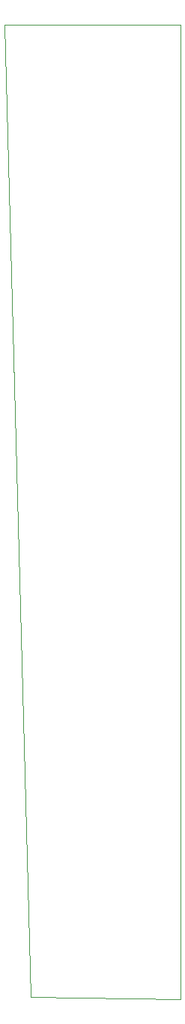
<source format=gbr>
%TF.GenerationSoftware,KiCad,Pcbnew,(5.1.6-0-10_14)*%
%TF.CreationDate,2020-12-25T20:14:25+01:00*%
%TF.ProjectId,USBPowerSupplyEurorack,55534250-6f77-4657-9253-7570706c7945,rev?*%
%TF.SameCoordinates,Original*%
%TF.FileFunction,Profile,NP*%
%FSLAX46Y46*%
G04 Gerber Fmt 4.6, Leading zero omitted, Abs format (unit mm)*
G04 Created by KiCad (PCBNEW (5.1.6-0-10_14)) date 2020-12-25 20:14:25*
%MOMM*%
%LPD*%
G01*
G04 APERTURE LIST*
%TA.AperFunction,Profile*%
%ADD10C,0.050000*%
%TD*%
G04 APERTURE END LIST*
D10*
X127125000Y-48100000D02*
X146975000Y-48125000D01*
X130100000Y-157850000D02*
X127125000Y-48100000D01*
X147000000Y-158100000D02*
X130100000Y-157850000D01*
X146975000Y-48125000D02*
X147000000Y-158100000D01*
M02*

</source>
